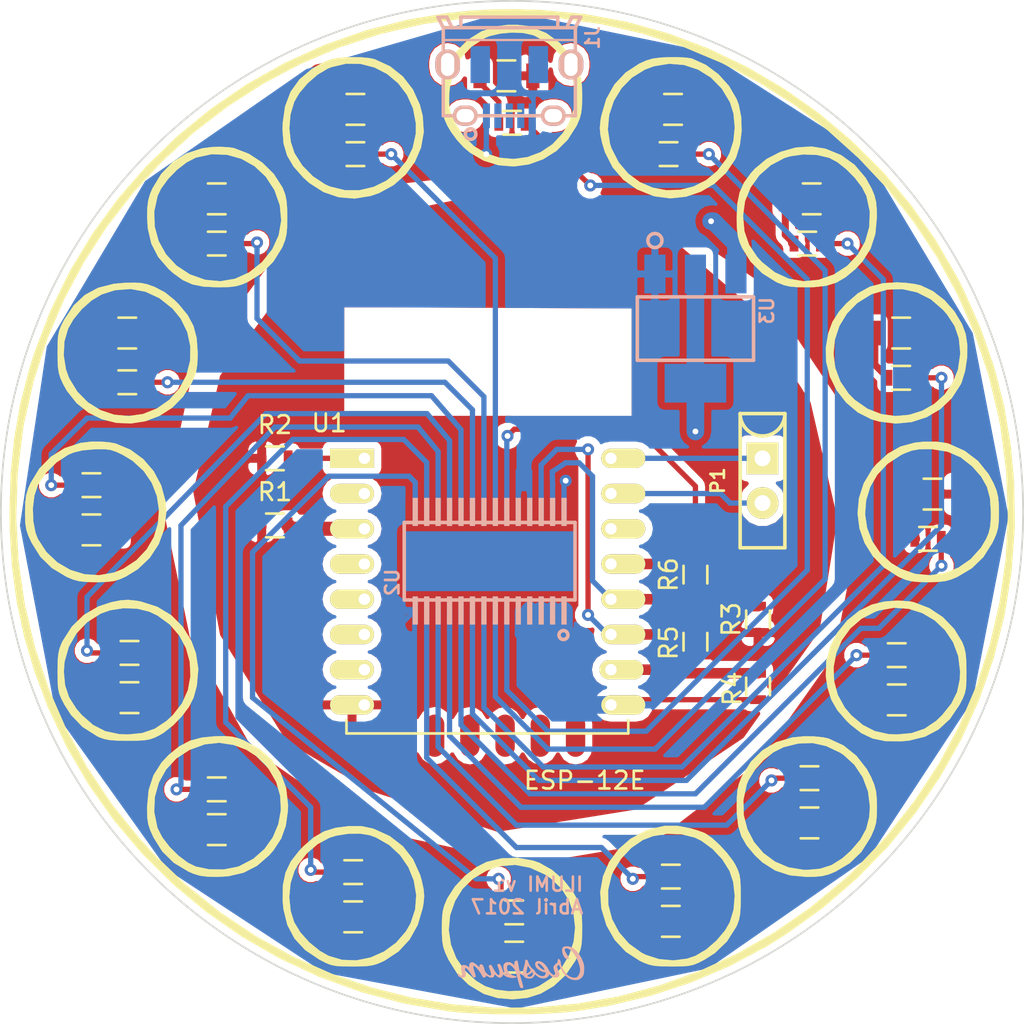
<source format=kicad_pcb>
(kicad_pcb (version 4) (host pcbnew 4.0.5+dfsg1-4)
  (layers (0 F.Cu signal) (31 B.Cu signal) (36 B.SilkS user) (37 F.SilkS user) (38 B.Mask user) (39 F.Mask user) (44 Edge.Cuts user))
  (net 0 "")
  (net 1 +5V)
  (net 2 "Net-(D1-Pad1)")
  (net 3 "Net-(D2-Pad1)")
  (net 4 "Net-(D3-Pad1)")
  (net 5 "Net-(D4-Pad1)")
  (net 6 "Net-(D5-Pad1)")
  (net 7 "Net-(D6-Pad1)")
  (net 8 "Net-(D7-Pad1)")
  (net 9 "Net-(D8-Pad1)")
  (net 10 "Net-(D9-Pad1)")
  (net 11 "Net-(D10-Pad1)")
  (net 12 "Net-(D11-Pad1)")
  (net 13 "Net-(D12-Pad1)")
  (net 14 "Net-(D13-Pad1)")
  (net 15 "Net-(D14-Pad1)")
  (net 16 "Net-(D15-Pad1)")
  (net 17 "Net-(D16-Pad1)")
  (net 18 "Net-(J1-Pad2)")
  (net 19 "Net-(J1-Pad3)")
  (net 20 "Net-(J1-Pad4)")
  (net 21 GND)
  (net 22 "Net-(P1-Pad1)")
  (net 23 "Net-(P1-Pad2)")
  (net 24 +3V3)
  (net 25 "Net-(R1-Pad2)")
  (net 26 "Net-(R2-Pad2)")
  (net 27 "Net-(R3-Pad2)")
  (net 28 "Net-(R4-Pad1)")
  (net 29 "Net-(R5-Pad2)")
  (net 30 "Net-(R6-Pad2)")
  (net 31 "Net-(U1-Pad2)")
  (net 32 "Net-(U1-Pad4)")
  (net 33 "Net-(U1-Pad5)")
  (net 34 "Net-(U1-Pad6)")
  (net 35 "Net-(U1-Pad7)")
  (net 36 "Net-(U1-Pad9)")
  (net 37 "Net-(U1-Pad10)")
  (net 38 "Net-(U1-Pad11)")
  (net 39 "Net-(U1-Pad12)")
  (net 40 "Net-(U1-Pad13)")
  (net 41 "Net-(U1-Pad14)")
  (net 42 "Net-(U1-Pad20)")
  (net 43 /D1)
  (net 44 /D2)
  (net 45 /D3)
  (net 46 /D4)
  (net 47 /D5)
  (net 48 /D6)
  (net 49 /D7)
  (net 50 /D8)
  (net 51 /D9)
  (net 52 /D10)
  (net 53 /D11)
  (net 54 /D12)
  (net 55 /D13)
  (net 56 /D14)
  (net 57 /D15)
  (net 58 /D16)
  (module components:MICROUSB_th (layer B.Cu) (at 172.212 76.454)
    (fp_text reference J1 (at 5.842 -1.27 90) (layer B.SilkS) (effects (font (size 0.762 0.762) (thickness 0.1524)) (justify mirror)))
    (fp_text value MICROUSB hide)
    (pad 1 smd rect (at -0.1824 3.1556 270) (size 1.4 0.4) (layers B.Cu B.Mask) (net 1 +5V))
    (pad 2 smd rect (at 0.4676 3.1556 270) (size 1.4 0.4) (layers B.Cu B.Mask) (net 18 "Net-(J1-Pad2)"))
    (pad 3 smd rect (at 1.1176 3.1556 270) (size 1.4 0.4) (layers B.Cu B.Mask) (net 19 "Net-(J1-Pad3)"))
    (pad 4 smd rect (at 1.7676 3.1556 270) (size 1.4 0.4) (layers B.Cu B.Mask) (net 20 "Net-(J1-Pad4)"))
    (pad 5 smd rect (at 2.4176 3.1556 270) (size 1.4 0.4) (layers B.Cu B.Mask) (net 21 GND))
    (pad "" smd rect (at 2.7676 0.2496) (size 1.1 2.1) (layers B.Cu B.Mask))
    (pad "" smd rect (at -0.5324 0.2496) (size 1.1 2.1) (layers B.Cu B.Mask))
    (pad "" thru_hole oval (at 3.6176 3.1496) (size 1.4 1.15) (drill oval 1 0.75) (layers *.Cu *.Mask B.SilkS))
    (pad "" thru_hole oval (at -1.3824 3.1496) (size 1.4 1.15) (drill oval 1 0.75) (layers *.Cu *.Mask B.SilkS))
    (pad "" thru_hole oval (at -2.3824 0.2496) (size 1.4 1.7) (drill oval 0.75 1.3) (layers *.Cu *.Mask B.SilkS))
    (pad "" thru_hole oval (at 4.6176 0.2496) (size 1.4 1.7) (drill oval 0.75 1.3) (layers *.Cu *.Mask B.SilkS))
  )
  (module ESP8266:ESP-12E (layer F.Cu) (at 165.1 99.06)
    (fp_text reference U1 (at -2 -2) (layer F.SilkS))
    (fp_text value ESP-12E (at 12.5095 18.288) (layer F.SilkS))
    (pad 1 thru_hole rect (at 0 0) (size 2.5 1.1) (drill 0.65 (offset -0.7 0)) (layers *.Cu *.Mask F.SilkS) (net 26 "Net-(R2-Pad2)"))
    (pad 2 thru_hole oval (at 0 2) (size 2.5 1.1) (drill 0.65 (offset -0.7 0)) (layers *.Cu *.Mask F.SilkS) (net 31 "Net-(U1-Pad2)"))
    (pad 3 thru_hole oval (at 0 4) (size 2.5 1.1) (drill 0.65 (offset -0.7 0)) (layers *.Cu *.Mask F.SilkS) (net 25 "Net-(R1-Pad2)"))
    (pad 4 thru_hole oval (at 0 6) (size 2.5 1.1) (drill 0.65 (offset -0.7 0)) (layers *.Cu *.Mask F.SilkS) (net 32 "Net-(U1-Pad4)"))
    (pad 5 thru_hole oval (at 0 8) (size 2.5 1.1) (drill 0.65 (offset -0.7 0)) (layers *.Cu *.Mask F.SilkS) (net 33 "Net-(U1-Pad5)"))
    (pad 6 thru_hole oval (at 0 10) (size 2.5 1.1) (drill 0.65 (offset -0.7 0)) (layers *.Cu *.Mask F.SilkS) (net 34 "Net-(U1-Pad6)"))
    (pad 7 thru_hole oval (at 0 12) (size 2.5 1.1) (drill 0.65 (offset -0.7 0)) (layers *.Cu *.Mask F.SilkS) (net 35 "Net-(U1-Pad7)"))
    (pad 8 thru_hole oval (at 0 14) (size 2.5 1.1) (drill 0.65 (offset -0.7 0)) (layers *.Cu *.Mask F.SilkS) (net 24 +3V3))
    (pad 9 smd oval (at 1.99 15.75 90) (size 2.4 1.1) (layers F.Cu F.Mask) (net 36 "Net-(U1-Pad9)"))
    (pad 10 smd oval (at 3.99 15.75 90) (size 2.4 1.1) (layers F.Cu F.Mask) (net 37 "Net-(U1-Pad10)"))
    (pad 11 smd oval (at 5.99 15.75 90) (size 2.4 1.1) (layers F.Cu F.Mask) (net 38 "Net-(U1-Pad11)"))
    (pad 12 smd oval (at 7.99 15.75 90) (size 2.4 1.1) (layers F.Cu F.Mask) (net 39 "Net-(U1-Pad12)"))
    (pad 13 smd oval (at 9.99 15.75 90) (size 2.4 1.1) (layers F.Cu F.Mask) (net 40 "Net-(U1-Pad13)"))
    (pad 14 smd oval (at 11.99 15.75 90) (size 2.4 1.1) (layers F.Cu F.Mask) (net 41 "Net-(U1-Pad14)"))
    (pad 15 thru_hole oval (at 14 14) (size 2.5 1.1) (drill 0.65 (offset 0.7 0)) (layers *.Cu *.Mask F.SilkS) (net 21 GND))
    (pad 16 thru_hole oval (at 14 12) (size 2.5 1.1) (drill 0.65 (offset 0.6 0)) (layers *.Cu *.Mask F.SilkS) (net 28 "Net-(R4-Pad1)"))
    (pad 17 thru_hole oval (at 14 10) (size 2.5 1.1) (drill 0.65 (offset 0.7 0)) (layers *.Cu *.Mask F.SilkS) (net 29 "Net-(R5-Pad2)"))
    (pad 18 thru_hole oval (at 14 8) (size 2.5 1.1) (drill 0.65 (offset 0.7 0)) (layers *.Cu *.Mask F.SilkS) (net 27 "Net-(R3-Pad2)"))
    (pad 19 thru_hole oval (at 14 6) (size 2.5 1.1) (drill 0.65 (offset 0.7 0)) (layers *.Cu *.Mask F.SilkS) (net 30 "Net-(R6-Pad2)"))
    (pad 20 thru_hole oval (at 14 4) (size 2.5 1.1) (drill 0.65 (offset 0.7 0)) (layers *.Cu *.Mask F.SilkS) (net 42 "Net-(U1-Pad20)"))
    (pad 21 thru_hole oval (at 14 2) (size 2.5 1.1) (drill 0.65 (offset 0.7 0)) (layers *.Cu *.Mask F.SilkS) (net 23 "Net-(P1-Pad2)"))
    (pad 22 thru_hole oval (at 14 0) (size 2.5 1.1) (drill 0.65 (offset 0.7 0)) (layers *.Cu *.Mask F.SilkS) (net 22 "Net-(P1-Pad1)"))
  )
  (module sot:SOT223 (layer B.Cu) (at 183.896 91.694 270)
    (fp_text reference U3 (at -1.016 -4.064 270) (layer B.SilkS) (effects (font (size 0.762 0.762) (thickness 0.1524)) (justify mirror)))
    (fp_text value AZ1117E hide)
    (pad 1 smd rect (at -3.1 2.3 270) (size 2.2 1.2) (layers B.Cu B.Mask) (net 21 GND))
    (pad 2 smd rect (at -3.1 0 270) (size 2.2 1.2) (layers B.Cu B.Mask) (net 24 +3V3))
    (pad 3 smd rect (at -3.1 -2.3 270) (size 2.2 1.2) (layers B.Cu B.Mask) (net 1 +5V))
    (pad 0 smd rect (at 3.1 0 270) (size 2.2 3.5) (layers B.Cu B.Mask) (net 24 +3V3))
  )
  (module sip:SIP2 (layer F.Cu) (at 187.706 100.33 270)
    (fp_text reference P1 (at 0 2.54 270) (layer F.SilkS) (effects (font (size 0.762 0.762) (thickness 0.1524))))
    (fp_text value 2PIN_MALE hide)
    (pad 1 thru_hole rect (at -1.27 0 270) (size 1.8 1.8) (drill 0.9) (layers *.Cu *.Mask F.SilkS) (net 22 "Net-(P1-Pad1)"))
    (pad 2 thru_hole circle (at 1.27 0 270) (size 1.8 1.8) (drill 0.9) (layers *.Cu *.Mask F.SilkS) (net 23 "Net-(P1-Pad2)"))
  )
  (module Resistors_SMD:R_0603 (layer F.Cu) (at 160.02 102.87)
    (fp_text reference R1 (at 0 -1.9) (layer F.SilkS))
    (fp_text value 10k hide)
    (pad 1 smd rect (at -0.75 0) (size 0.5 0.9) (layers F.Cu F.Mask) (net 24 +3V3))
    (pad 2 smd rect (at 0.75 0) (size 0.5 0.9) (layers F.Cu F.Mask) (net 25 "Net-(R1-Pad2)"))
  )
  (module Resistors_SMD:R_0603 (layer F.Cu) (at 160.02 99.06)
    (fp_text reference R2 (at 0 -1.9) (layer F.SilkS))
    (fp_text value 10k hide)
    (pad 1 smd rect (at -0.75 0) (size 0.5 0.9) (layers F.Cu F.Mask) (net 24 +3V3))
    (pad 2 smd rect (at 0.75 0) (size 0.5 0.9) (layers F.Cu F.Mask) (net 26 "Net-(R2-Pad2)"))
  )
  (module Resistors_SMD:R_0603 (layer F.Cu) (at 187.452 108.204 90)
    (fp_text reference R3 (at 0 -1.524 90) (layer F.SilkS))
    (fp_text value 10k hide)
    (pad 1 smd rect (at -0.75 0 90) (size 0.5 0.9) (layers F.Cu F.Mask) (net 24 +3V3))
    (pad 2 smd rect (at 0.75 0 90) (size 0.5 0.9) (layers F.Cu F.Mask) (net 27 "Net-(R3-Pad2)"))
  )
  (module Resistors_SMD:R_0603 (layer F.Cu) (at 187.452 112.014 270)
    (fp_text reference R4 (at 0.127 1.4605 270) (layer F.SilkS))
    (fp_text value 10k hide)
    (pad 1 smd rect (at -0.75 0 270) (size 0.5 0.9) (layers F.Cu F.Mask) (net 28 "Net-(R4-Pad1)"))
    (pad 2 smd rect (at 0.75 0 270) (size 0.5 0.9) (layers F.Cu F.Mask) (net 21 GND))
  )
  (module Resistors_SMD:R_0603 (layer F.Cu) (at 183.896 109.474 90)
    (fp_text reference R5 (at -0.0635 -1.524 90) (layer F.SilkS))
    (fp_text value 10k hide)
    (pad 1 smd rect (at -0.75 0 90) (size 0.5 0.9) (layers F.Cu F.Mask) (net 24 +3V3))
    (pad 2 smd rect (at 0.75 0 90) (size 0.5 0.9) (layers F.Cu F.Mask) (net 29 "Net-(R5-Pad2)"))
  )
  (module Resistors_SMD:R_0603 (layer F.Cu) (at 183.896 105.664 90)
    (fp_text reference R6 (at 0 -1.524 90) (layer F.SilkS))
    (fp_text value 10k hide)
    (pad 1 smd rect (at -0.75 0 90) (size 0.5 0.9) (layers F.Cu F.Mask) (net 24 +3V3))
    (pad 2 smd rect (at 0.75 0 90) (size 0.5 0.9) (layers F.Cu F.Mask) (net 30 "Net-(R6-Pad2)"))
  )
  (module Resistors_SMD:R_0603 (layer F.Cu) (at 197.104 103.632)
    (fp_text reference R7 hide)
    (fp_text value 220 hide)
    (pad 1 smd rect (at -0.75 0) (size 0.5 0.9) (layers F.Cu F.Mask) (net 2 "Net-(D1-Pad1)"))
    (pad 2 smd rect (at 0.75 0) (size 0.5 0.9) (layers F.Cu F.Mask) (net 43 /D1))
  )
  (module Resistors_SMD:R_0603 (layer F.Cu) (at 195.58 94.488)
    (fp_text reference R8 hide)
    (fp_text value 220 hide)
    (pad 1 smd rect (at -0.75 0) (size 0.5 0.9) (layers F.Cu F.Mask) (net 3 "Net-(D2-Pad1)"))
    (pad 2 smd rect (at 0.75 0) (size 0.5 0.9) (layers F.Cu F.Mask) (net 44 /D2))
  )
  (module Resistors_SMD:R_0603 (layer F.Cu) (at 190.246 86.868)
    (fp_text reference R9 hide)
    (fp_text value 220 hide)
    (pad 1 smd rect (at -0.75 0) (size 0.5 0.9) (layers F.Cu F.Mask) (net 4 "Net-(D3-Pad1)"))
    (pad 2 smd rect (at 0.75 0) (size 0.5 0.9) (layers F.Cu F.Mask) (net 45 /D3))
  )
  (module Resistors_SMD:R_0603 (layer F.Cu) (at 182.372 81.788)
    (fp_text reference R10 hide)
    (fp_text value 220 hide)
    (pad 1 smd rect (at -0.75 0) (size 0.5 0.9) (layers F.Cu F.Mask) (net 5 "Net-(D4-Pad1)"))
    (pad 2 smd rect (at 0.75 0) (size 0.5 0.9) (layers F.Cu F.Mask) (net 46 /D4))
  )
  (module Resistors_SMD:R_0603 (layer F.Cu) (at 173.482 80.01)
    (fp_text reference R11 hide)
    (fp_text value 220 hide)
    (pad 1 smd rect (at -0.75 0) (size 0.5 0.9) (layers F.Cu F.Mask) (net 6 "Net-(D5-Pad1)"))
    (pad 2 smd rect (at 0.75 0) (size 0.5 0.9) (layers F.Cu F.Mask) (net 47 /D5))
  )
  (module Resistors_SMD:R_0603 (layer F.Cu) (at 164.592 81.788)
    (fp_text reference R12 hide)
    (fp_text value 220 hide)
    (pad 1 smd rect (at -0.75 0) (size 0.5 0.9) (layers F.Cu F.Mask) (net 7 "Net-(D6-Pad1)"))
    (pad 2 smd rect (at 0.75 0) (size 0.5 0.9) (layers F.Cu F.Mask) (net 48 /D6))
  )
  (module Resistors_SMD:R_0603 (layer F.Cu) (at 156.718 86.868)
    (fp_text reference R13 hide)
    (fp_text value 220 hide)
    (pad 1 smd rect (at -0.75 0) (size 0.5 0.9) (layers F.Cu F.Mask) (net 8 "Net-(D7-Pad1)"))
    (pad 2 smd rect (at 0.75 0) (size 0.5 0.9) (layers F.Cu F.Mask) (net 49 /D7))
  )
  (module Resistors_SMD:R_0603 (layer F.Cu) (at 151.638 94.742)
    (fp_text reference R14 hide)
    (fp_text value 220 hide)
    (pad 1 smd rect (at -0.75 0) (size 0.5 0.9) (layers F.Cu F.Mask) (net 9 "Net-(D8-Pad1)"))
    (pad 2 smd rect (at 0.75 0) (size 0.5 0.9) (layers F.Cu F.Mask) (net 50 /D8))
  )
  (module Resistors_SMD:R_0603 (layer F.Cu) (at 149.606 100.584 180)
    (fp_text reference R15 hide)
    (fp_text value 220 hide)
    (pad 1 smd rect (at -0.75 0 180) (size 0.5 0.9) (layers F.Cu F.Mask) (net 10 "Net-(D9-Pad1)"))
    (pad 2 smd rect (at 0.75 0 180) (size 0.5 0.9) (layers F.Cu F.Mask) (net 51 /D9))
  )
  (module Resistors_SMD:R_0603 (layer F.Cu) (at 151.765 110.109 180)
    (fp_text reference R16 hide)
    (fp_text value 220 hide)
    (pad 1 smd rect (at -0.75 0 180) (size 0.5 0.9) (layers F.Cu F.Mask) (net 11 "Net-(D10-Pad1)"))
    (pad 2 smd rect (at 0.75 0 180) (size 0.5 0.9) (layers F.Cu F.Mask) (net 52 /D10))
  )
  (module Resistors_SMD:R_0603 (layer F.Cu) (at 156.718 117.856 180)
    (fp_text reference R17 hide)
    (fp_text value 220 hide)
    (pad 1 smd rect (at -0.75 0 180) (size 0.5 0.9) (layers F.Cu F.Mask) (net 12 "Net-(D11-Pad1)"))
    (pad 2 smd rect (at 0.75 0 180) (size 0.5 0.9) (layers F.Cu F.Mask) (net 53 /D11))
  )
  (module Resistors_SMD:R_0603 (layer F.Cu) (at 164.465 122.555 180)
    (fp_text reference R18 hide)
    (fp_text value 220 hide)
    (pad 1 smd rect (at -0.75 0 180) (size 0.5 0.9) (layers F.Cu F.Mask) (net 13 "Net-(D12-Pad1)"))
    (pad 2 smd rect (at 0.75 0 180) (size 0.5 0.9) (layers F.Cu F.Mask) (net 54 /D12))
  )
  (module Resistors_SMD:R_0603 (layer F.Cu) (at 173.609 124.841 180)
    (fp_text reference R19 hide)
    (fp_text value 220 hide)
    (pad 1 smd rect (at -0.75 0 180) (size 0.5 0.9) (layers F.Cu F.Mask) (net 14 "Net-(D13-Pad1)"))
    (pad 2 smd rect (at 0.75 0 180) (size 0.5 0.9) (layers F.Cu F.Mask) (net 55 /D13))
  )
  (module Resistors_SMD:R_0603 (layer F.Cu) (at 182.499 122.809 180)
    (fp_text reference R20 hide)
    (fp_text value 220 hide)
    (pad 1 smd rect (at -0.75 0 180) (size 0.5 0.9) (layers F.Cu F.Mask) (net 15 "Net-(D14-Pad1)"))
    (pad 2 smd rect (at 0.75 0 180) (size 0.5 0.9) (layers F.Cu F.Mask) (net 56 /D14))
  )
  (module Resistors_SMD:R_0603 (layer F.Cu) (at 190.373 117.221 180)
    (fp_text reference R21 hide)
    (fp_text value 220 hide)
    (pad 1 smd rect (at -0.75 0 180) (size 0.5 0.9) (layers F.Cu F.Mask) (net 16 "Net-(D15-Pad1)"))
    (pad 2 smd rect (at 0.75 0 180) (size 0.5 0.9) (layers F.Cu F.Mask) (net 57 /D15))
  )
  (module Resistors_SMD:R_0603 (layer F.Cu) (at 195.326 110.236 180)
    (fp_text reference R22 hide)
    (fp_text value 220 hide)
    (pad 1 smd rect (at -0.75 0 180) (size 0.5 0.9) (layers F.Cu F.Mask) (net 17 "Net-(D16-Pad1)"))
    (pad 2 smd rect (at 0.75 0 180) (size 0.5 0.9) (layers F.Cu F.Mask) (net 58 /D16))
  )
  (module sop:HTSSOP28 (layer B.Cu) (at 172.212 104.902 90)
    (fp_text reference U2 (at -1.2065 -5.5245 90) (layer B.SilkS) (effects (font (size 0.762 0.762) (thickness 0.1524)) (justify mirror)))
    (fp_text value PCA9685 hide)
    (pad 22 smd rect (at 2.79908 0.32512 90) (size 1.6002 0.29972) (layers B.Cu B.SilkS B.Mask) (net 48 /D6))
    (pad 23 smd rect (at 2.79908 0.97536 90) (size 1.6002 0.29972) (layers B.Cu B.SilkS B.Mask) (net 30 "Net-(R6-Pad2)"))
    (pad 24 smd rect (at 2.79908 1.6256 90) (size 1.6002 0.29972) (layers B.Cu B.SilkS B.Mask) (net 21 GND))
    (pad 25 smd rect (at 2.79908 2.27584 90) (size 1.6002 0.29972) (layers B.Cu B.SilkS B.Mask) (net 21 GND))
    (pad 26 smd rect (at 2.79908 2.92608 90) (size 1.6002 0.29972) (layers B.Cu B.SilkS B.Mask) (net 29 "Net-(R5-Pad2)"))
    (pad 27 smd rect (at 2.79908 3.57378 90) (size 1.6002 0.29972) (layers B.Cu B.SilkS B.Mask) (net 27 "Net-(R3-Pad2)"))
    (pad 28 smd rect (at 2.79908 4.22402 90) (size 1.6002 0.29972) (layers B.Cu B.SilkS B.Mask) (net 24 +3V3))
    (pad 21 smd rect (at 2.79908 -0.32512 90) (size 1.6002 0.29972) (layers B.Cu B.SilkS B.Mask) (net 49 /D7))
    (pad 20 smd rect (at 2.79908 -0.97536 90) (size 1.6002 0.29972) (layers B.Cu B.SilkS B.Mask) (net 50 /D8))
    (pad 19 smd rect (at 2.79908 -1.6256 90) (size 1.6002 0.29972) (layers B.Cu B.SilkS B.Mask) (net 51 /D9))
    (pad 18 smd rect (at 2.79908 -2.27584 90) (size 1.6002 0.29972) (layers B.Cu B.SilkS B.Mask) (net 52 /D10))
    (pad 17 smd rect (at 2.79908 -2.92608 90) (size 1.6002 0.29972) (layers B.Cu B.SilkS B.Mask) (net 53 /D11))
    (pad 16 smd rect (at 2.79908 -3.57378 90) (size 1.6002 0.29972) (layers B.Cu B.SilkS B.Mask) (net 54 /D12))
    (pad 15 smd rect (at 2.79908 -4.22402 90) (size 1.6002 0.29972) (layers B.Cu B.SilkS B.Mask) (net 55 /D13))
    (pad 14 smd rect (at -2.79908 -4.22402 90) (size 1.6002 0.29972) (layers B.Cu B.SilkS B.Mask) (net 21 GND))
    (pad 13 smd rect (at -2.79908 -3.57378 90) (size 1.6002 0.29972) (layers B.Cu B.SilkS B.Mask) (net 56 /D14))
    (pad 12 smd rect (at -2.79908 -2.92608 90) (size 1.6002 0.29972) (layers B.Cu B.SilkS B.Mask) (net 57 /D15))
    (pad 11 smd rect (at -2.79908 -2.27584 90) (size 1.6002 0.29972) (layers B.Cu B.SilkS B.Mask) (net 58 /D16))
    (pad 10 smd rect (at -2.79908 -1.6256 90) (size 1.6002 0.29972) (layers B.Cu B.SilkS B.Mask) (net 43 /D1))
    (pad 9 smd rect (at -2.79908 -0.97536 90) (size 1.6002 0.29972) (layers B.Cu B.SilkS B.Mask) (net 44 /D2))
    (pad 8 smd rect (at -2.79908 -0.32512 90) (size 1.6002 0.29972) (layers B.Cu B.SilkS B.Mask) (net 45 /D3))
    (pad 1 smd rect (at -2.79908 4.22402 90) (size 1.6002 0.29972) (layers B.Cu B.SilkS B.Mask) (net 21 GND))
    (pad 2 smd rect (at -2.79908 3.57378 90) (size 1.6002 0.29972) (layers B.Cu B.SilkS B.Mask) (net 21 GND))
    (pad 3 smd rect (at -2.79908 2.92608 90) (size 1.6002 0.29972) (layers B.Cu B.SilkS B.Mask) (net 21 GND))
    (pad 4 smd rect (at -2.79908 2.27584 90) (size 1.6002 0.29972) (layers B.Cu B.SilkS B.Mask) (net 21 GND))
    (pad 5 smd rect (at -2.79908 1.6256 90) (size 1.6002 0.29972) (layers B.Cu B.SilkS B.Mask) (net 21 GND))
    (pad 6 smd rect (at -2.79908 0.97536 90) (size 1.6002 0.29972) (layers B.Cu B.SilkS B.Mask) (net 47 /D5))
    (pad 7 smd rect (at -2.79908 0.32512 90) (size 1.6002 0.29972) (layers B.Cu B.SilkS B.Mask) (net 46 /D4))
    (pad 0 smd rect (at 0 0 90) (size 3.4 9.7) (layers B.Cu))
  )
  (module components:leds_silkscreen (layer F.Cu) (at 173.482 102.108 180)
    (fp_text reference G*** hide)
    (fp_text value LOGO hide)
  )
  (module components:crespum-logo-scale (layer B.Cu) (at 173.99 127.9525 180)
    (fp_text reference G*** hide)
    (fp_text value LOGO hide)
  )
  (module components:LED_ILUMI (layer F.Cu) (at 197.358 101.092 180)
    (fp_text reference D1 hide)
    (fp_text value LED hide)
    (pad 2 smd rect (at -1.5 0 180) (size 0.75 1.4) (layers F.Cu F.Mask) (net 1 +5V))
    (pad 1 smd rect (at 1.5 0 180) (size 0.75 1.4) (layers F.Cu F.Mask) (net 2 "Net-(D1-Pad1)"))
  )
  (module components:LED_ILUMI (layer F.Cu) (at 195.58 91.948 180)
    (fp_text reference D2 hide)
    (fp_text value LED hide)
    (pad 2 smd rect (at -1.5 0 180) (size 0.75 1.4) (layers F.Cu F.Mask) (net 1 +5V))
    (pad 1 smd rect (at 1.5 0 180) (size 0.75 1.4) (layers F.Cu F.Mask) (net 3 "Net-(D2-Pad1)"))
  )
  (module components:LED_ILUMI (layer F.Cu) (at 190.5 84.328 180)
    (fp_text reference D3 hide)
    (fp_text value LED hide)
    (pad 2 smd rect (at -1.5 0 180) (size 0.75 1.4) (layers F.Cu F.Mask) (net 1 +5V))
    (pad 1 smd rect (at 1.5 0 180) (size 0.75 1.4) (layers F.Cu F.Mask) (net 4 "Net-(D3-Pad1)"))
  )
  (module components:LED_ILUMI (layer F.Cu) (at 182.626 79.248 180)
    (fp_text reference D4 hide)
    (fp_text value LED hide)
    (pad 2 smd rect (at -1.5 0 180) (size 0.75 1.4) (layers F.Cu F.Mask) (net 1 +5V))
    (pad 1 smd rect (at 1.5 0 180) (size 0.75 1.4) (layers F.Cu F.Mask) (net 5 "Net-(D4-Pad1)"))
  )
  (module components:LED_ILUMI (layer F.Cu) (at 173.1645 77.343 180)
    (fp_text reference D5 hide)
    (fp_text value LED hide)
    (pad 2 smd rect (at -1.5 0 180) (size 0.75 1.4) (layers F.Cu F.Mask) (net 1 +5V))
    (pad 1 smd rect (at 1.5 0 180) (size 0.75 1.4) (layers F.Cu F.Mask) (net 6 "Net-(D5-Pad1)"))
  )
  (module components:LED_ILUMI (layer F.Cu) (at 164.592 79.248 180)
    (fp_text reference D6 hide)
    (fp_text value LED hide)
    (pad 2 smd rect (at -1.5 0 180) (size 0.75 1.4) (layers F.Cu F.Mask) (net 1 +5V))
    (pad 1 smd rect (at 1.5 0 180) (size 0.75 1.4) (layers F.Cu F.Mask) (net 7 "Net-(D6-Pad1)"))
  )
  (module components:LED_ILUMI (layer F.Cu) (at 156.718 84.328 180)
    (fp_text reference D7 hide)
    (fp_text value LED hide)
    (pad 2 smd rect (at -1.5 0 180) (size 0.75 1.4) (layers F.Cu F.Mask) (net 1 +5V))
    (pad 1 smd rect (at 1.5 0 180) (size 0.75 1.4) (layers F.Cu F.Mask) (net 8 "Net-(D7-Pad1)"))
  )
  (module components:LED_ILUMI (layer F.Cu) (at 151.638 91.948 180)
    (fp_text reference D8 hide)
    (fp_text value LED hide)
    (pad 2 smd rect (at -1.5 0 180) (size 0.75 1.4) (layers F.Cu F.Mask) (net 1 +5V))
    (pad 1 smd rect (at 1.5 0 180) (size 0.75 1.4) (layers F.Cu F.Mask) (net 9 "Net-(D8-Pad1)"))
  )
  (module components:LED_ILUMI (layer F.Cu) (at 149.606 103.124)
    (fp_text reference D9 hide)
    (fp_text value LED hide)
    (pad 2 smd rect (at -1.5 0) (size 0.75 1.4) (layers F.Cu F.Mask) (net 1 +5V))
    (pad 1 smd rect (at 1.5 0) (size 0.75 1.4) (layers F.Cu F.Mask) (net 10 "Net-(D9-Pad1)"))
  )
  (module components:LED_ILUMI (layer F.Cu) (at 151.765 112.649)
    (fp_text reference D10 hide)
    (fp_text value LED hide)
    (pad 2 smd rect (at -1.5 0) (size 0.75 1.4) (layers F.Cu F.Mask) (net 1 +5V))
    (pad 1 smd rect (at 1.5 0) (size 0.75 1.4) (layers F.Cu F.Mask) (net 11 "Net-(D10-Pad1)"))
  )
  (module components:LED_ILUMI (layer F.Cu) (at 156.718 120.142)
    (fp_text reference D11 hide)
    (fp_text value LED hide)
    (pad 2 smd rect (at -1.5 0) (size 0.75 1.4) (layers F.Cu F.Mask) (net 1 +5V))
    (pad 1 smd rect (at 1.5 0) (size 0.75 1.4) (layers F.Cu F.Mask) (net 12 "Net-(D11-Pad1)"))
  )
  (module components:LED_ILUMI (layer F.Cu) (at 164.465 125.095)
    (fp_text reference D12 hide)
    (fp_text value LED hide)
    (pad 2 smd rect (at -1.5 0) (size 0.75 1.4) (layers F.Cu F.Mask) (net 1 +5V))
    (pad 1 smd rect (at 1.5 0) (size 0.75 1.4) (layers F.Cu F.Mask) (net 13 "Net-(D12-Pad1)"))
  )
  (module components:LED_ILUMI (layer F.Cu) (at 173.609 127.381)
    (fp_text reference D13 hide)
    (fp_text value LED hide)
    (pad 2 smd rect (at -1.5 0) (size 0.75 1.4) (layers F.Cu F.Mask) (net 1 +5V))
    (pad 1 smd rect (at 1.5 0) (size 0.75 1.4) (layers F.Cu F.Mask) (net 14 "Net-(D13-Pad1)"))
  )
  (module components:LED_ILUMI (layer F.Cu) (at 182.499 125.349)
    (fp_text reference D14 hide)
    (fp_text value LED hide)
    (pad 2 smd rect (at -1.5 0) (size 0.75 1.4) (layers F.Cu F.Mask) (net 1 +5V))
    (pad 1 smd rect (at 1.5 0) (size 0.75 1.4) (layers F.Cu F.Mask) (net 15 "Net-(D14-Pad1)"))
  )
  (module components:LED_ILUMI (layer F.Cu) (at 190.373 119.761)
    (fp_text reference D15 hide)
    (fp_text value LED hide)
    (pad 2 smd rect (at -1.5 0) (size 0.75 1.4) (layers F.Cu F.Mask) (net 1 +5V))
    (pad 1 smd rect (at 1.5 0) (size 0.75 1.4) (layers F.Cu F.Mask) (net 16 "Net-(D15-Pad1)"))
  )
  (module components:LED_ILUMI (layer F.Cu) (at 195.326 112.776)
    (fp_text reference D16 hide)
    (fp_text value LED hide)
    (pad 2 smd rect (at -1.5 0) (size 0.75 1.4) (layers F.Cu F.Mask) (net 1 +5V))
    (pad 1 smd rect (at 1.5 0) (size 0.75 1.4) (layers F.Cu F.Mask) (net 17 "Net-(D16-Pad1)"))
  )
  (gr_text "ILUMI v1\nAbril 2017" (at 177.6095 123.8885) (layer B.SilkS) (effects (font (size 0.8 0.8)) (justify left mirror)))
  (gr_circle (center 173.482 102.108) (end 202.5 102.5) (layer Edge.Cuts) (width 0.1))
  (segment (start 186.196 88.594) (end 186.196 86.882) (width 1) (layer B.Cu) (net 1))
  (via (at 184.785 85.598) (size 0.6858) (drill 0.3302) (layers F.Cu B.Cu) (net 1))
  (segment (start 184.912 85.598) (end 184.785 85.598) (width 1) (layer B.Cu) (net 1))
  (segment (start 186.196 86.882) (end 184.912 85.598) (width 1) (layer B.Cu) (net 1))
  (via (at 172.0215 81.788) (size 0.6858) (drill 0.3302) (layers F.Cu B.Cu) (net 1))
  (segment (start 172.0215 81.788) (end 172.0134 81.788) (width 0.3) (layer F.Cu) (net 1))
  (segment (start 172.0296 79.6096) (end 172.0215 81.788) (width 0.3) (layer B.Cu) (net 1))
  (segment (start 195.858 101.092) (end 195.858 103.136) (width 0.4) (layer F.Cu) (net 2))
  (segment (start 195.858 103.136) (end 196.354 103.632) (width 0.4) (layer F.Cu) (net 2))
  (segment (start 196.30898 103.58698) (end 196.354 103.632) (width 0.6) (layer F.Cu) (net 2))
  (segment (start 194.08 91.948) (end 194.08 93.738) (width 0.4) (layer F.Cu) (net 3))
  (segment (start 194.08 93.738) (end 194.83 94.488) (width 0.4) (layer F.Cu) (net 3))
  (segment (start 189 84.328) (end 189 86.372) (width 0.4) (layer F.Cu) (net 4))
  (segment (start 189 86.372) (end 189.496 86.868) (width 0.4) (layer F.Cu) (net 4))
  (segment (start 189.45098 86.82298) (end 189.496 86.868) (width 0.6) (layer F.Cu) (net 4))
  (segment (start 181.126 79.248) (end 181.126 81.292) (width 0.4) (layer F.Cu) (net 5))
  (segment (start 181.126 81.292) (end 181.622 81.788) (width 0.4) (layer F.Cu) (net 5))
  (segment (start 181.57698 81.74298) (end 181.622 81.788) (width 0.6) (layer F.Cu) (net 5))
  (segment (start 171.6645 77.343) (end 171.6645 77.748) (width 0.3) (layer F.Cu) (net 6))
  (segment (start 171.6645 77.748) (end 172.732 78.8155) (width 0.3) (layer F.Cu) (net 6))
  (segment (start 172.732 78.8155) (end 172.732 80.01) (width 0.3) (layer F.Cu) (net 6))
  (segment (start 163.092 79.248) (end 163.092 81.038) (width 0.4) (layer F.Cu) (net 7))
  (segment (start 163.092 81.038) (end 163.842 81.788) (width 0.4) (layer F.Cu) (net 7))
  (segment (start 155.218 84.328) (end 155.218 86.118) (width 0.4) (layer F.Cu) (net 8))
  (segment (start 155.218 86.118) (end 155.968 86.868) (width 0.4) (layer F.Cu) (net 8))
  (segment (start 150.138 91.948) (end 150.138 93.992) (width 0.4) (layer F.Cu) (net 9))
  (segment (start 150.138 93.992) (end 150.888 94.742) (width 0.4) (layer F.Cu) (net 9))
  (segment (start 151.106 103.124) (end 151.106 101.334) (width 0.4) (layer F.Cu) (net 10))
  (segment (start 151.106 101.334) (end 150.356 100.584) (width 0.4) (layer F.Cu) (net 10))
  (segment (start 153.265 112.649) (end 153.265 110.859) (width 0.4) (layer F.Cu) (net 11))
  (segment (start 153.265 110.859) (end 152.515 110.109) (width 0.4) (layer F.Cu) (net 11))
  (segment (start 158.218 120.142) (end 158.218 118.606) (width 0.4) (layer F.Cu) (net 12))
  (segment (start 158.218 118.606) (end 157.468 117.856) (width 0.4) (layer F.Cu) (net 12))
  (segment (start 165.965 125.095) (end 165.965 123.305) (width 0.4) (layer F.Cu) (net 13))
  (segment (start 165.965 123.305) (end 165.215 122.555) (width 0.4) (layer F.Cu) (net 13))
  (segment (start 175.109 127.381) (end 175.109 125.591) (width 0.4) (layer F.Cu) (net 14))
  (segment (start 175.109 125.591) (end 174.359 124.841) (width 0.4) (layer F.Cu) (net 14))
  (segment (start 183.999 125.349) (end 183.999 123.559) (width 0.4) (layer F.Cu) (net 15))
  (segment (start 183.999 123.559) (end 183.249 122.809) (width 0.4) (layer F.Cu) (net 15))
  (segment (start 191.873 119.761) (end 191.873 117.971) (width 0.4) (layer F.Cu) (net 16))
  (segment (start 191.873 117.971) (end 191.123 117.221) (width 0.4) (layer F.Cu) (net 16))
  (segment (start 196.826 112.776) (end 196.826 110.986) (width 0.4) (layer F.Cu) (net 17))
  (segment (start 196.826 110.986) (end 196.076 110.236) (width 0.4) (layer F.Cu) (net 17))
  (segment (start 174.6296 79.6096) (end 174.6296 81.4116) (width 0.4) (layer B.Cu) (net 21))
  (segment (start 174.6296 81.4116) (end 174.752 81.534) (width 0.4) (layer B.Cu) (net 21))
  (segment (start 167.98798 107.70108) (end 167.95242 107.70108) (width 0.3) (layer B.Cu) (net 21))
  (segment (start 167.95242 107.70108) (end 167.1955 108.458) (width 0.3) (layer B.Cu) (net 21))
  (segment (start 179.1 113.06) (end 177.7665 113.06) (width 1) (layer B.Cu) (net 21))
  (segment (start 175.13808 110.43158) (end 175.13808 107.70108) (width 1) (layer B.Cu) (net 21))
  (segment (start 177.7665 113.06) (end 175.13808 110.43158) (width 1) (layer B.Cu) (net 21))
  (segment (start 173.8376 102.10292) (end 173.8376 99.7712) (width 0.3) (layer B.Cu) (net 21))
  (segment (start 173.8376 99.7712) (end 174.1424 99.4664) (width 0.3) (layer B.Cu) (net 21))
  (segment (start 174.48784 102.10292) (end 174.48784 99.81184) (width 0.3) (layer B.Cu) (net 21))
  (segment (start 174.1424 99.4664) (end 174.244 99.568) (width 0.3) (layer B.Cu) (net 21))
  (segment (start 174.48784 99.81184) (end 174.1424 99.4664) (width 0.3) (layer B.Cu) (net 21))
  (segment (start 187.452 112.764) (end 179.396 112.764) (width 0.3) (layer F.Cu) (net 21))
  (segment (start 179.396 112.764) (end 179.1 113.06) (width 0.3) (layer F.Cu) (net 21))
  (segment (start 176.43602 107.70108) (end 176.43602 109.12602) (width 1) (layer B.Cu) (net 21))
  (segment (start 176.43602 109.12602) (end 176.53 109.22) (width 1) (layer B.Cu) (net 21))
  (segment (start 175.78578 107.70108) (end 175.78578 109.20222) (width 1) (layer B.Cu) (net 21))
  (segment (start 175.78578 109.20222) (end 175.768 109.22) (width 1) (layer B.Cu) (net 21))
  (segment (start 175.13808 107.70108) (end 175.13808 109.09808) (width 1) (layer B.Cu) (net 21))
  (segment (start 175.13808 109.09808) (end 175.26 109.22) (width 1) (layer B.Cu) (net 21))
  (segment (start 174.48784 107.70108) (end 174.48784 109.20984) (width 1) (layer B.Cu) (net 21))
  (segment (start 174.48784 109.20984) (end 174.498 109.22) (width 1) (layer B.Cu) (net 21))
  (segment (start 173.8376 107.70108) (end 173.8376 109.0676) (width 0.4) (layer B.Cu) (net 21))
  (segment (start 173.8376 109.0676) (end 173.99 109.22) (width 0.4) (layer B.Cu) (net 21))
  (segment (start 187.706 99.06) (end 179.1 99.06) (width 0.3) (layer B.Cu) (net 22))
  (segment (start 187.706 101.6) (end 185.8645 101.6) (width 0.3) (layer B.Cu) (net 23))
  (segment (start 185.3245 101.06) (end 179.1 101.06) (width 0.3) (layer B.Cu) (net 23))
  (segment (start 185.8645 101.6) (end 185.3245 101.06) (width 0.3) (layer B.Cu) (net 23))
  (segment (start 176.43602 102.10292) (end 176.43602 100.42398) (width 0.3) (layer B.Cu) (net 24))
  (segment (start 176.43602 100.42398) (end 176.53 100.33) (width 0.3) (layer B.Cu) (net 24))
  (via (at 176.53 100.33) (size 0.6858) (drill 0.3302) (layers F.Cu B.Cu) (net 24))
  (segment (start 183.896 94.794) (end 183.896 97.536) (width 1) (layer B.Cu) (net 24))
  (via (at 183.896 97.536) (size 0.6858) (drill 0.3302) (layers F.Cu B.Cu) (net 24))
  (segment (start 183.896 88.594) (end 183.896 94.794) (width 1) (layer B.Cu) (net 24))
  (segment (start 165.1 103.06) (end 160.96 103.06) (width 0.8) (layer F.Cu) (net 25))
  (segment (start 160.96 103.06) (end 160.77 102.87) (width 0.8) (layer F.Cu) (net 25))
  (segment (start 165.1 99.06) (end 160.77 99.06) (width 0.3) (layer F.Cu) (net 26))
  (segment (start 177.292 99.314) (end 178.054 100.076) (width 0.3) (layer B.Cu) (net 27))
  (segment (start 175.78578 102.10292) (end 175.78578 100.56622) (width 0.3) (layer B.Cu) (net 27))
  (segment (start 178.054 106.014) (end 179.1 107.06) (width 0.3) (layer B.Cu) (net 27))
  (segment (start 178.054 100.076) (end 178.054 106.014) (width 0.3) (layer B.Cu) (net 27))
  (segment (start 176.53 99.314) (end 177.292 99.314) (width 0.3) (layer B.Cu) (net 27))
  (segment (start 175.768 99.822) (end 176.53 99.314) (width 0.3) (layer B.Cu) (net 27))
  (segment (start 175.78578 100.56622) (end 175.768 99.822) (width 0.3) (layer B.Cu) (net 27))
  (segment (start 179.1 107.06) (end 181.736 107.06) (width 0.6) (layer F.Cu) (net 27))
  (segment (start 182.13 107.454) (end 187.452 107.454) (width 0.6) (layer F.Cu) (net 27))
  (segment (start 181.736 107.06) (end 182.13 107.454) (width 0.6) (layer F.Cu) (net 27))
  (segment (start 179.1 111.06) (end 181.926 111.06) (width 0.6) (layer F.Cu) (net 28))
  (segment (start 182.13 111.264) (end 187.452 111.264) (width 0.6) (layer F.Cu) (net 28))
  (segment (start 181.926 111.06) (end 182.13 111.264) (width 0.6) (layer F.Cu) (net 28))
  (segment (start 177.8 98.552) (end 176.022 98.552) (width 0.3) (layer B.Cu) (net 29))
  (segment (start 175.13808 99.43592) (end 175.13808 102.10292) (width 0.3) (layer B.Cu) (net 29))
  (segment (start 176.022 98.552) (end 175.13808 99.43592) (width 0.3) (layer B.Cu) (net 29))
  (segment (start 179.1 109.06) (end 178.91 109.06) (width 0.3) (layer B.Cu) (net 29))
  (segment (start 178.91 109.06) (end 177.8 107.95) (width 0.3) (layer B.Cu) (net 29))
  (segment (start 177.8 98.552) (end 177.8 98.552) (width 0.3) (layer B.Cu) (net 29))
  (via (at 177.8 98.552) (size 0.6858) (drill 0.3302) (layers F.Cu B.Cu) (net 29))
  (segment (start 177.8 107.95) (end 177.8 98.552) (width 0.3) (layer F.Cu) (net 29))
  (via (at 177.8 107.95) (size 0.6858) (drill 0.3302) (layers F.Cu B.Cu) (net 29))
  (segment (start 179.1 109.06) (end 181.77 109.06) (width 0.6) (layer F.Cu) (net 29))
  (segment (start 182.106 108.724) (end 183.896 108.724) (width 0.6) (layer F.Cu) (net 29))
  (segment (start 181.77 109.06) (end 182.106 108.724) (width 0.6) (layer F.Cu) (net 29))
  (segment (start 173.18736 102.10292) (end 173.18736 97.83064) (width 0.3) (layer B.Cu) (net 30))
  (segment (start 183.896 100.6475) (end 183.896 104.914) (width 0.3) (layer F.Cu) (net 30))
  (segment (start 180.6575 97.409) (end 183.896 100.6475) (width 0.3) (layer F.Cu) (net 30))
  (segment (start 173.609 97.409) (end 180.6575 97.409) (width 0.3) (layer F.Cu) (net 30))
  (segment (start 173.228 97.79) (end 173.609 97.409) (width 0.3) (layer F.Cu) (net 30))
  (via (at 173.228 97.79) (size 0.6858) (drill 0.3302) (layers F.Cu B.Cu) (net 30))
  (segment (start 173.18736 97.83064) (end 173.228 97.79) (width 0.3) (layer B.Cu) (net 30))
  (segment (start 179.1 105.06) (end 182.214 105.06) (width 0.6) (layer F.Cu) (net 30))
  (segment (start 182.36 104.914) (end 183.896 104.914) (width 0.6) (layer F.Cu) (net 30))
  (segment (start 182.214 105.06) (end 182.36 104.914) (width 0.6) (layer F.Cu) (net 30))
  (segment (start 197.854 103.632) (end 197.854 105.144) (width 0.3) (layer F.Cu) (net 43))
  (segment (start 170.5864 114.1984) (end 170.5864 107.70108) (width 0.3) (layer B.Cu) (net 43))
  (segment (start 174.498 118.11) (end 170.5864 114.1984) (width 0.3) (layer B.Cu) (net 43))
  (segment (start 183.896 118.11) (end 174.498 118.11) (width 0.3) (layer B.Cu) (net 43))
  (segment (start 193.294 108.712) (end 183.896 118.11) (width 0.3) (layer B.Cu) (net 43))
  (segment (start 194.31 108.712) (end 193.294 108.712) (width 0.3) (layer B.Cu) (net 43))
  (segment (start 197.866 105.156) (end 194.31 108.712) (width 0.3) (layer B.Cu) (net 43))
  (via (at 197.866 105.156) (size 0.6858) (drill 0.3302) (layers F.Cu B.Cu) (net 43))
  (segment (start 197.854 105.144) (end 197.866 105.156) (width 0.3) (layer F.Cu) (net 43))
  (segment (start 171.23664 107.70108) (end 171.23664 113.57864) (width 0.3) (layer B.Cu) (net 44))
  (segment (start 197.866 94.488) (end 196.33 94.488) (width 0.3) (layer F.Cu) (net 44))
  (via (at 197.866 94.488) (size 0.6858) (drill 0.3302) (layers F.Cu B.Cu) (net 44))
  (segment (start 197.866 102.87) (end 197.866 94.488) (width 0.3) (layer B.Cu) (net 44))
  (segment (start 183.388 117.348) (end 197.866 102.87) (width 0.3) (layer B.Cu) (net 44))
  (segment (start 175.006 117.348) (end 183.388 117.348) (width 0.3) (layer B.Cu) (net 44))
  (segment (start 171.23664 113.57864) (end 175.006 117.348) (width 0.3) (layer B.Cu) (net 44))
  (segment (start 190.996 86.868) (end 192.532 86.868) (width 0.3) (layer F.Cu) (net 45))
  (segment (start 171.88688 113.21288) (end 171.88688 107.70108) (width 0.3) (layer B.Cu) (net 45))
  (segment (start 175.26 116.586) (end 171.88688 113.21288) (width 0.3) (layer B.Cu) (net 45))
  (segment (start 183.134 116.586) (end 175.26 116.586) (width 0.3) (layer B.Cu) (net 45))
  (segment (start 194.564 105.156) (end 183.134 116.586) (width 0.3) (layer B.Cu) (net 45))
  (segment (start 194.564 88.9) (end 194.564 105.156) (width 0.3) (layer B.Cu) (net 45))
  (segment (start 192.532 86.868) (end 194.564 88.9) (width 0.3) (layer B.Cu) (net 45))
  (via (at 192.532 86.868) (size 0.6858) (drill 0.3302) (layers F.Cu B.Cu) (net 45))
  (segment (start 172.53712 107.70108) (end 172.53712 112.59312) (width 0.3) (layer B.Cu) (net 46))
  (segment (start 184.658 81.788) (end 183.122 81.788) (width 0.3) (layer F.Cu) (net 46))
  (via (at 184.658 81.788) (size 0.6858) (drill 0.3302) (layers F.Cu B.Cu) (net 46))
  (segment (start 191.262 88.392) (end 184.658 81.788) (width 0.3) (layer B.Cu) (net 46))
  (segment (start 191.262 105.918) (end 191.262 88.392) (width 0.3) (layer B.Cu) (net 46))
  (segment (start 181.61 115.57) (end 191.262 105.918) (width 0.3) (layer B.Cu) (net 46))
  (segment (start 175.514 115.57) (end 181.61 115.57) (width 0.3) (layer B.Cu) (net 46))
  (segment (start 172.53712 112.59312) (end 175.514 115.57) (width 0.3) (layer B.Cu) (net 46))
  (segment (start 174.232 80.01) (end 177.927 83.566) (width 0.3) (layer F.Cu) (net 47))
  (segment (start 173.18736 112.22736) (end 173.18736 107.70108) (width 0.3) (layer B.Cu) (net 47))
  (segment (start 175.514 114.554) (end 173.18736 112.22736) (width 0.3) (layer B.Cu) (net 47))
  (segment (start 181.102 114.554) (end 175.514 114.554) (width 0.3) (layer B.Cu) (net 47))
  (segment (start 190.246 105.41) (end 181.102 114.554) (width 0.3) (layer B.Cu) (net 47))
  (segment (start 190.246 88.9) (end 190.246 105.41) (width 0.3) (layer B.Cu) (net 47))
  (segment (start 184.912 83.566) (end 190.246 88.9) (width 0.3) (layer B.Cu) (net 47))
  (segment (start 179.324 83.566) (end 184.912 83.566) (width 0.3) (layer B.Cu) (net 47))
  (segment (start 177.927 83.566) (end 179.324 83.566) (width 0.3) (layer B.Cu) (net 47))
  (via (at 177.927 83.566) (size 0.6858) (drill 0.3302) (layers F.Cu B.Cu) (net 47))
  (segment (start 172.53712 102.10292) (end 172.53712 87.70112) (width 0.3) (layer B.Cu) (net 48))
  (segment (start 166.624 81.788) (end 165.342 81.788) (width 0.3) (layer F.Cu) (net 48))
  (via (at 166.624 81.788) (size 0.6858) (drill 0.3302) (layers F.Cu B.Cu) (net 48))
  (segment (start 172.53712 87.70112) (end 166.624 81.788) (width 0.3) (layer B.Cu) (net 48))
  (segment (start 171.88688 102.10292) (end 171.88688 95.55988) (width 0.3) (layer B.Cu) (net 49))
  (segment (start 158.9405 86.868) (end 157.468 86.868) (width 0.3) (layer F.Cu) (net 49))
  (segment (start 159.004 86.8045) (end 158.9405 86.868) (width 0.3) (layer F.Cu) (net 49))
  (via (at 159.004 86.8045) (size 0.6858) (drill 0.3302) (layers F.Cu B.Cu) (net 49))
  (segment (start 159.004 91.1225) (end 159.004 86.8045) (width 0.3) (layer B.Cu) (net 49))
  (segment (start 161.417 93.5355) (end 159.004 91.1225) (width 0.3) (layer B.Cu) (net 49))
  (segment (start 169.8625 93.5355) (end 161.417 93.5355) (width 0.3) (layer B.Cu) (net 49))
  (segment (start 171.88688 95.55988) (end 169.8625 93.5355) (width 0.3) (layer B.Cu) (net 49))
  (segment (start 152.388 94.742) (end 153.924 94.742) (width 0.3) (layer F.Cu) (net 50))
  (segment (start 171.23664 96.30664) (end 171.23664 102.10292) (width 0.3) (layer B.Cu) (net 50))
  (segment (start 169.672 94.742) (end 171.23664 96.30664) (width 0.3) (layer B.Cu) (net 50))
  (segment (start 153.924 94.742) (end 169.672 94.742) (width 0.3) (layer B.Cu) (net 50))
  (via (at 153.924 94.742) (size 0.6858) (drill 0.3302) (layers F.Cu B.Cu) (net 50))
  (segment (start 148.856 100.584) (end 147.32 100.584) (width 0.3) (layer F.Cu) (net 51))
  (segment (start 170.5864 97.4344) (end 170.5864 102.10292) (width 0.3) (layer B.Cu) (net 51))
  (segment (start 168.91 95.504) (end 170.5864 97.4344) (width 0.3) (layer B.Cu) (net 51))
  (segment (start 158.496 95.504) (end 168.91 95.504) (width 0.3) (layer B.Cu) (net 51))
  (segment (start 157.48 96.774) (end 158.496 95.504) (width 0.3) (layer B.Cu) (net 51))
  (segment (start 149.352 96.774) (end 157.48 96.774) (width 0.3) (layer B.Cu) (net 51))
  (segment (start 147.32 98.806) (end 149.352 96.774) (width 0.3) (layer B.Cu) (net 51))
  (segment (start 147.32 100.584) (end 147.32 98.806) (width 0.3) (layer B.Cu) (net 51))
  (via (at 147.32 100.584) (size 0.6858) (drill 0.3302) (layers F.Cu B.Cu) (net 51))
  (segment (start 169.93616 102.10292) (end 169.93616 98.05416) (width 0.3) (layer B.Cu) (net 52))
  (segment (start 149.479 110.109) (end 151.015 110.109) (width 0.3) (layer F.Cu) (net 52))
  (segment (start 149.352 109.982) (end 149.479 110.109) (width 0.3) (layer F.Cu) (net 52))
  (via (at 149.352 109.982) (size 0.6858) (drill 0.3302) (layers F.Cu B.Cu) (net 52))
  (segment (start 149.352 106.934) (end 149.352 109.982) (width 0.3) (layer B.Cu) (net 52))
  (segment (start 159.512 96.52) (end 149.352 106.934) (width 0.3) (layer B.Cu) (net 52))
  (segment (start 168.656 96.52) (end 159.512 96.52) (width 0.3) (layer B.Cu) (net 52))
  (segment (start 169.93616 98.05416) (end 168.656 96.52) (width 0.3) (layer B.Cu) (net 52))
  (segment (start 155.968 117.856) (end 154.432 117.856) (width 0.3) (layer F.Cu) (net 53))
  (segment (start 169.28592 98.67392) (end 169.28592 102.10292) (width 0.3) (layer B.Cu) (net 53))
  (segment (start 168.148 97.282) (end 169.28592 98.67392) (width 0.3) (layer B.Cu) (net 53))
  (segment (start 160.02 97.282) (end 168.148 97.282) (width 0.3) (layer B.Cu) (net 53))
  (segment (start 154.686 102.87) (end 160.02 97.282) (width 0.3) (layer B.Cu) (net 53))
  (segment (start 154.686 117.602) (end 154.686 102.87) (width 0.3) (layer B.Cu) (net 53))
  (segment (start 154.432 117.856) (end 154.686 117.602) (width 0.3) (layer B.Cu) (net 53))
  (via (at 154.432 117.856) (size 0.6858) (drill 0.3302) (layers F.Cu B.Cu) (net 53))
  (segment (start 168.63822 102.10292) (end 168.63822 99.29622) (width 0.3) (layer B.Cu) (net 54))
  (segment (start 162.179 122.555) (end 163.715 122.555) (width 0.3) (layer F.Cu) (net 54))
  (segment (start 162.052 122.428) (end 162.179 122.555) (width 0.3) (layer F.Cu) (net 54))
  (via (at 162.052 122.428) (size 0.6858) (drill 0.3302) (layers F.Cu B.Cu) (net 54))
  (segment (start 162.052 118.872) (end 162.052 122.428) (width 0.3) (layer B.Cu) (net 54))
  (segment (start 157.226 114.046) (end 162.052 118.872) (width 0.3) (layer B.Cu) (net 54))
  (segment (start 157.226 101.798402) (end 157.226 114.046) (width 0.3) (layer B.Cu) (net 54))
  (segment (start 161.036 97.988402) (end 157.226 101.798402) (width 0.3) (layer B.Cu) (net 54))
  (segment (start 167.330402 97.988402) (end 161.036 97.988402) (width 0.3) (layer B.Cu) (net 54))
  (segment (start 168.63822 99.29622) (end 167.330402 97.988402) (width 0.3) (layer B.Cu) (net 54))
  (segment (start 167.98798 102.10292) (end 167.98798 100.42398) (width 0.3) (layer B.Cu) (net 55))
  (segment (start 172.859 123.075) (end 172.859 124.841) (width 0.3) (layer F.Cu) (net 55))
  (segment (start 172.72 122.936) (end 172.859 123.075) (width 0.3) (layer F.Cu) (net 55))
  (via (at 172.72 122.936) (size 0.6858) (drill 0.3302) (layers F.Cu B.Cu) (net 55))
  (segment (start 171.45 122.936) (end 172.72 122.936) (width 0.3) (layer B.Cu) (net 55))
  (segment (start 158.75 112.649) (end 171.45 122.936) (width 0.3) (layer B.Cu) (net 55))
  (segment (start 158.75 104.394) (end 158.75 112.649) (width 0.3) (layer B.Cu) (net 55))
  (segment (start 163.068 100.076) (end 158.75 104.394) (width 0.3) (layer B.Cu) (net 55))
  (segment (start 167.64 100.076) (end 163.068 100.076) (width 0.3) (layer B.Cu) (net 55))
  (segment (start 167.98798 100.42398) (end 167.64 100.076) (width 0.3) (layer B.Cu) (net 55))
  (segment (start 168.63822 107.70108) (end 168.63822 116.06022) (width 0.3) (layer B.Cu) (net 56))
  (segment (start 180.467 122.809) (end 181.749 122.809) (width 0.3) (layer F.Cu) (net 56))
  (segment (start 180.34 122.936) (end 180.467 122.809) (width 0.3) (layer F.Cu) (net 56))
  (via (at 180.34 122.936) (size 0.6858) (drill 0.3302) (layers F.Cu B.Cu) (net 56))
  (segment (start 178.562 121.158) (end 180.34 122.936) (width 0.3) (layer B.Cu) (net 56))
  (segment (start 173.736 121.158) (end 178.562 121.158) (width 0.3) (layer B.Cu) (net 56))
  (segment (start 168.63822 116.06022) (end 173.736 121.158) (width 0.3) (layer B.Cu) (net 56))
  (segment (start 189.623 117.221) (end 188.341 117.221) (width 0.3) (layer F.Cu) (net 57))
  (segment (start 169.28592 115.43792) (end 169.28592 107.70108) (width 0.3) (layer B.Cu) (net 57))
  (segment (start 173.736 119.888) (end 169.28592 115.43792) (width 0.3) (layer B.Cu) (net 57))
  (segment (start 185.674 119.888) (end 173.736 119.888) (width 0.3) (layer B.Cu) (net 57))
  (segment (start 188.214 117.348) (end 185.674 119.888) (width 0.3) (layer B.Cu) (net 57))
  (via (at 188.214 117.348) (size 0.6858) (drill 0.3302) (layers F.Cu B.Cu) (net 57))
  (segment (start 188.341 117.221) (end 188.214 117.348) (width 0.3) (layer F.Cu) (net 57))
  (segment (start 169.93616 107.70108) (end 169.93616 114.81816) (width 0.3) (layer B.Cu) (net 58))
  (segment (start 193.04 110.236) (end 194.576 110.236) (width 0.3) (layer F.Cu) (net 58))
  (via (at 193.04 110.236) (size 0.6858) (drill 0.3302) (layers F.Cu B.Cu) (net 58))
  (segment (start 184.404 118.872) (end 193.04 110.236) (width 0.3) (layer B.Cu) (net 58))
  (segment (start 173.99 118.872) (end 184.404 118.872) (width 0.3) (layer B.Cu) (net 58))
  (segment (start 169.93616 114.81816) (end 173.99 118.872) (width 0.3) (layer B.Cu) (net 58))
  (zone (net 1) (net_name +5V) (layer F.Cu) (connect_pads (clearance 0.35)) (min_thickness 0.254) (fill yes (arc_segments 16) (thermal_gap 0.508) (thermal_bridge_width 0.508))
    (polygon (pts (xy 184.15 76.708) (xy 193.04 82.55) (xy 198.628 91.186) (xy 200.914 102.108) (xy 199.136 112.268) (xy 193.294 121.158) (xy 182.0545 128.143) (xy 173.931002 129.815485) (xy 173.9265 129.8575) (xy 173.82804 129.836683) (xy 173.4185 129.921) (xy 173.446885 129.756096) (xy 162.814 127.508) (xy 154.178 121.92) (xy 148.082 113.03) (xy 145.796 102.108) (xy 147.828 91.694) (xy 153.67 82.804) (xy 162.306 76.708) (xy 173.482 74.422)))
    (polygon (pts (xy 166.37 83.566) (xy 160.02 87.63) (xy 155.448 93.726) (xy 153.67 101.854) (xy 155.194 109.22) (xy 158.75 115.57) (xy 165.354 120.142) (xy 174.528225 122.101219) (xy 174.752 122.047) (xy 181.483 120.904) (xy 187.452 116.332) (xy 191.77 110.236) (xy 193.294 102.362) (xy 191.897 95.5675) (xy 187.5155 89.027) (xy 181.229 84.836) (xy 173.4185 82.7405)))
  )
  (zone (net 24) (net_name +3V3) (layer F.Cu) (connect_pads (clearance 0.4)) (min_thickness 0.254) (fill yes (arc_segments 16) (thermal_gap 0.508) (thermal_bridge_width 0.508))
    (polygon (pts (xy 156.9085 94.361) (xy 160.4645 89.535) (xy 166.3065 85.217) (xy 173.6725 83.693) (xy 181.5465 85.725) (xy 186.8805 90.297) (xy 190.4365 95.885) (xy 191.9605 102.489) (xy 190.9445 108.839) (xy 186.6265 114.935) (xy 180.5305 118.999) (xy 172.6565 120.269) (xy 165.5445 117.983) (xy 160.7185 115.189) (xy 156.9085 109.093) (xy 155.3845 100.965)))
  )
  (zone (net 21) (net_name GND) (layer B.Cu) (connect_pads (clearance 0.4)) (min_thickness 0.2) (fill yes (arc_segments 16) (thermal_gap 0.4) (thermal_bridge_width 0.4))
    (polygon (pts (xy 173.228 73.66) (xy 161.798 76.962) (xy 152.654 83.312) (xy 147.066 92.71) (xy 145.542 102.87) (xy 147.574 113.538) (xy 153.924 122.428) (xy 162.814 128.27) (xy 173.736 130.302) (xy 184.658 128.016) (xy 193.802 121.666) (xy 199.644 112.776) (xy 201.676 102.362) (xy 199.644 91.948) (xy 193.548 81.788) (xy 184.404 75.946)))
  )
  (zone (net 0) (net_name "") (layer F.Cu) (connect_pads (clearance 0.35)) (min_thickness 0.254)
    (keepout (tracks not_allowed) (vias not_allowed) (copperpour not_allowed))
    (fill (arc_segments 16) (thermal_gap 0.508) (thermal_bridge_width 0.508))
    (polygon (pts (xy 166.243 90.4875) (xy 163.957 90.4875) (xy 163.957 96.647) (xy 180.2765 96.647) (xy 180.2765 90.551) (xy 180.213 90.551)))
  )
  (zone (net 0) (net_name "") (layer B.Cu) (connect_pads (clearance 0.35)) (min_thickness 0.254)
    (keepout (tracks allowed) (vias allowed) (copperpour not_allowed))
    (fill (arc_segments 16) (thermal_gap 0.508) (thermal_bridge_width 0.508))
    (polygon (pts (xy 166.243 90.4875) (xy 163.957 90.4875) (xy 163.957 96.647) (xy 180.2765 96.647) (xy 180.2765 90.551) (xy 180.213 90.551)))
  )
)
</source>
